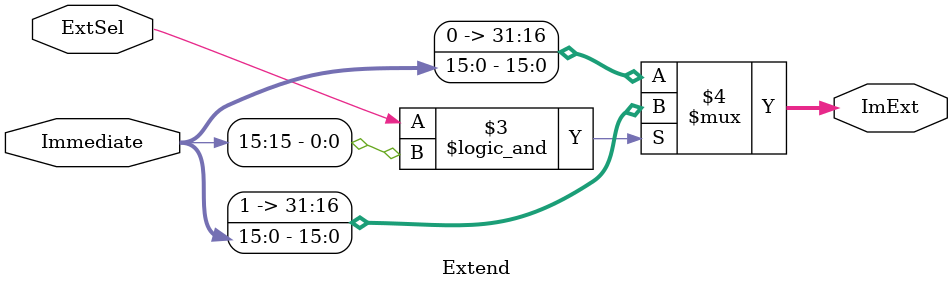
<source format=v>
`timescale 1ns / 1ps

// �����������У�����/�㣩��չ��ģ��
module Extend(
    input [15:0] Immediate,
    input ExtSel,
    output [31:0] ImExt
    );
    assign ImExt = (ExtSel == 1 && Immediate[15] == 1) ? {16'hFFFF, Immediate} : {16'h0000, Immediate};
endmodule

</source>
